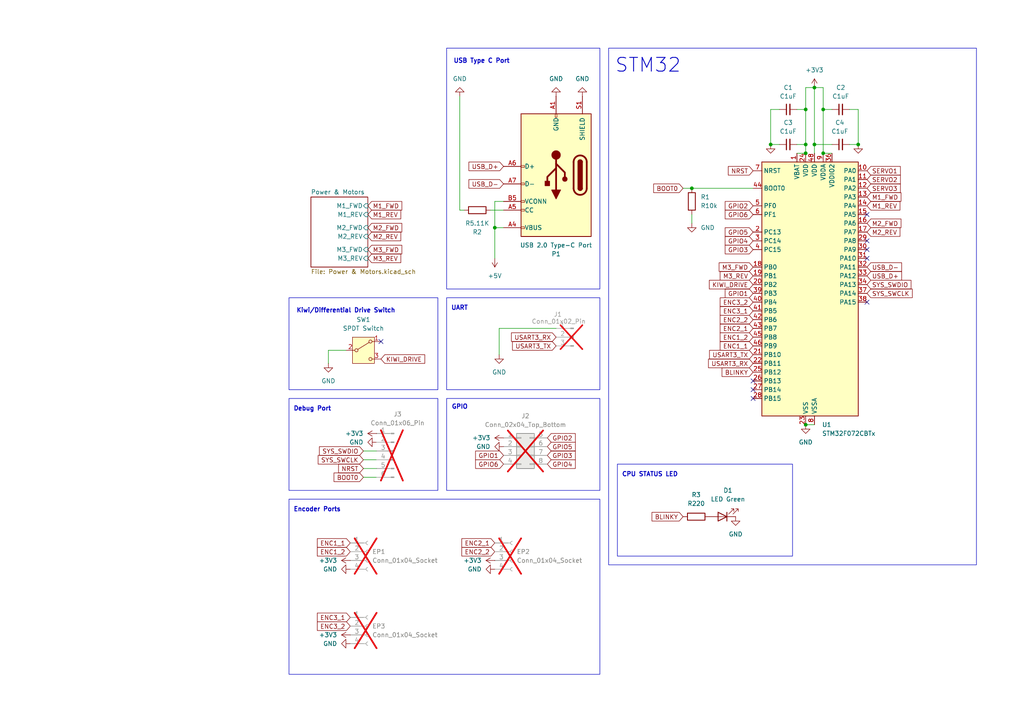
<source format=kicad_sch>
(kicad_sch (version 20231120) (generator "eeschema") (generator_version "8.0")
  (paper "A4")
  (title_block (title "Sheba 2") (date "2024-04-23") (rev "3") (company "Lorem Ipsum Automation"))
  (lib_symbols
    (symbol "Connector:Conn_01x03_Pin" (pin_names (offset 1.016) hide)
      (property "Reference" "J" (at 0 5.08 0))
      (property "Value" "Conn_01x03_Pin" (at 0 -5.08 0))
      (symbol "Conn_01x03_Pin_1_1"
        (polyline (pts (xy 1.27 -2.54) (xy 0.8636 -2.54)) (stroke (width 0.1524)))
        (polyline (pts (xy 1.27 0) (xy 0.8636 0)) (stroke (width 0.1524)))
        (polyline (pts (xy 1.27 2.54) (xy 0.8636 2.54)) (stroke (width 0.1524)))
        (rectangle (start 0.8636 -2.413) (end 0 -2.667) (stroke (width 0.1524)) (fill (type outline)))
        (rectangle (start 0.8636 0.127) (end 0 -0.127) (stroke (width 0.1524)) (fill (type outline)))
        (rectangle (start 0.8636 2.667) (end 0 2.413) (stroke (width 0.1524)) (fill (type outline)))
        (pin passive line (at 5.08 2.54 180) (length 3.81) (name "Pin_1") (number "1"))
        (pin passive line (at 5.08 0 180) (length 3.81) (name "Pin_2") (number "2"))
        (pin passive line (at 5.08 -2.54 180) (length 3.81) (name "Pin_3") (number "3"))
      )
    )
    (symbol "Connector:Conn_01x04_Socket" (pin_names (offset 1.016) hide)
      (property "Reference" "J" (at 0 5.08 0))
      (property "Value" "Conn_01x04_Socket" (at 0 -7.62 0))
      (symbol "Conn_01x04_Socket_1_1"
        (arc (start 0 -4.572) (mid -0.5058 -5.08) (end 0 -5.588) (stroke (width 0.1524)))
        (arc (start 0 -2.032) (mid -0.5058 -2.54) (end 0 -3.048) (stroke (width 0.1524)))
        (polyline (pts (xy -1.27 -5.08) (xy -0.508 -5.08)) (stroke (width 0.1524)))
        (polyline (pts (xy -1.27 -2.54) (xy -0.508 -2.54)) (stroke (width 0.1524)))
        (polyline (pts (xy -1.27 0) (xy -0.508 0)) (stroke (width 0.1524)))
        (polyline (pts (xy -1.27 2.54) (xy -0.508 2.54)) (stroke (width 0.1524)))
        (arc (start 0 0.508) (mid -0.5058 0) (end 0 -0.508) (stroke (width 0.1524)))
        (arc (start 0 3.048) (mid -0.5058 2.54) (end 0 2.032) (stroke (width 0.1524)))
        (pin passive line (at -5.08 2.54 0) (length 3.81) (name "Pin_1") (number "1"))
        (pin passive line (at -5.08 0 0) (length 3.81) (name "Pin_2") (number "2"))
        (pin passive line (at -5.08 -2.54 0) (length 3.81) (name "Pin_3") (number "3"))
        (pin passive line (at -5.08 -5.08 0) (length 3.81) (name "Pin_4") (number "4"))
      )
    )
    (symbol "Connector:Conn_01x06_Pin" (pin_names (offset 1.016) hide)
      (property "Reference" "J" (at 0 7.62 0))
      (property "Value" "Conn_01x06_Pin" (at 0 -10.16 0))
      (symbol "Conn_01x06_Pin_1_1"
        (polyline (pts (xy 1.27 -7.62) (xy 0.8636 -7.62)) (stroke (width 0.1524)))
        (polyline (pts (xy 1.27 -5.08) (xy 0.8636 -5.08)) (stroke (width 0.1524)))
        (polyline (pts (xy 1.27 -2.54) (xy 0.8636 -2.54)) (stroke (width 0.1524)))
        (polyline (pts (xy 1.27 0) (xy 0.8636 0)) (stroke (width 0.1524)))
        (polyline (pts (xy 1.27 2.54) (xy 0.8636 2.54)) (stroke (width 0.1524)))
        (polyline (pts (xy 1.27 5.08) (xy 0.8636 5.08)) (stroke (width 0.1524)))
        (rectangle (start 0.8636 -7.493) (end 0 -7.747) (stroke (width 0.1524)) (fill (type outline)))
        (rectangle (start 0.8636 -4.953) (end 0 -5.207) (stroke (width 0.1524)) (fill (type outline)))
        (rectangle (start 0.8636 -2.413) (end 0 -2.667) (stroke (width 0.1524)) (fill (type outline)))
        (rectangle (start 0.8636 0.127) (end 0 -0.127) (stroke (width 0.1524)) (fill (type outline)))
        (rectangle (start 0.8636 2.667) (end 0 2.413) (stroke (width 0.1524)) (fill (type outline)))
        (rectangle (start 0.8636 5.207) (end 0 4.953) (stroke (width 0.1524)) (fill (type outline)))
        (pin passive line (at 5.08 5.08 180) (length 3.81) (name "Pin_1") (number "1"))
        (pin passive line (at 5.08 2.54 180) (length 3.81) (name "Pin_2") (number "2"))
        (pin passive line (at 5.08 0 180) (length 3.81) (name "Pin_3") (number "3"))
        (pin passive line (at 5.08 -2.54 180) (length 3.81) (name "Pin_4") (number "4"))
        (pin passive line (at 5.08 -5.08 180) (length 3.81) (name "Pin_5") (number "5"))
        (pin passive line (at 5.08 -7.62 180) (length 3.81) (name "Pin_6") (number "6"))
      )
    )
    (symbol "Connector:USB_C_Plug_USB2.0" (pin_names (offset 1.016))
      (property "Reference" "P" (at -10.16 19.05 0))
      (property "Value" "USB_C_Plug_USB2.0" (at 12.7 19.05 0))
      (symbol "USB_C_Plug_USB2.0_0_0"
        (rectangle (start -0.254 -17.78) (end 0.254 -16.764))
        (rectangle (start 10.16 -2.286) (end 9.144 -2.794))
        (rectangle (start 10.16 2.794) (end 9.144 2.286))
        (rectangle (start 10.16 7.874) (end 9.144 7.366))
        (rectangle (start 10.16 10.414) (end 9.144 9.906))
        (rectangle (start 10.16 15.494) (end 9.144 14.986))
      )
      (symbol "USB_C_Plug_USB2.0_0_1"
        (rectangle (start -10.16 17.78) (end 10.16 -17.78) (stroke (width 0.254)) (fill (type background)))
        (arc (start -8.89 -3.81) (mid -6.985 -5.7067) (end -5.08 -3.81) (stroke (width 0.508)))
        (arc (start -7.62 -3.81) (mid -6.985 -4.4423) (end -6.35 -3.81) (stroke (width 0.254)))
        (arc (start -7.62 -3.81) (mid -6.985 -4.4423) (end -6.35 -3.81) (stroke (width 0.254)) (fill (type outline)))
        (rectangle (start -7.62 -3.81) (end -6.35 3.81) (stroke (width 0.254)) (fill (type outline)))
        (arc (start -6.35 3.81) (mid -6.985 4.4423) (end -7.62 3.81) (stroke (width 0.254)))
        (arc (start -6.35 3.81) (mid -6.985 4.4423) (end -7.62 3.81) (stroke (width 0.254)) (fill (type outline)))
        (arc (start -5.08 3.81) (mid -6.985 5.7067) (end -8.89 3.81) (stroke (width 0.508)))
        (circle (center -2.54 1.143) (radius 0.635) (stroke (width 0.254)) (fill (type outline)))
        (circle (center 0 -5.842) (radius 1.27) (fill (type outline)))
        (polyline (pts (xy -8.89 -3.81) (xy -8.89 3.81)) (stroke (width 0.508)))
        (polyline (pts (xy -5.08 3.81) (xy -5.08 -3.81)) (stroke (width 0.508)))
        (polyline (pts (xy 0 -5.842) (xy 0 4.318)) (stroke (width 0.508)))
        (polyline (pts (xy 0 -3.302) (xy -2.54 -0.762) (xy -2.54 0.508)) (stroke (width 0.508)))
        (polyline (pts (xy 0 -2.032) (xy 2.54 0.508) (xy 2.54 1.778)) (stroke (width 0.508)))
        (polyline (pts (xy -1.27 4.318) (xy 0 6.858) (xy 1.27 4.318) (xy -1.27 4.318)) (stroke (width 0.254)) (fill (type outline)))
        (rectangle (start 1.905 1.778) (end 3.175 3.048) (stroke (width 0.254)) (fill (type outline)))
      )
      (symbol "USB_C_Plug_USB2.0_1_1"
        (pin passive line (at 0 -22.86 90) (length 5.08) (name "GND") (number "A1"))
        (pin passive line (at 0 -22.86 90) (length 5.08) hide (name "GND") (number "A12"))
        (pin passive line (at 15.24 15.24 180) (length 5.08) (name "VBUS") (number "A4"))
        (pin bidirectional line (at 15.24 10.16 180) (length 5.08) (name "CC") (number "A5"))
        (pin bidirectional line (at 15.24 -2.54 180) (length 5.08) (name "D+") (number "A6"))
        (pin bidirectional line (at 15.24 2.54 180) (length 5.08) (name "D-") (number "A7"))
        (pin passive line (at 15.24 15.24 180) (length 5.08) hide (name "VBUS") (number "A9"))
        (pin passive line (at 0 -22.86 90) (length 5.08) hide (name "GND") (number "B1"))
        (pin passive line (at 0 -22.86 90) (length 5.08) hide (name "GND") (number "B12"))
        (pin passive line (at 15.24 15.24 180) (length 5.08) hide (name "VBUS") (number "B4"))
        (pin bidirectional line (at 15.24 7.62 180) (length 5.08) (name "VCONN") (number "B5"))
        (pin passive line (at 15.24 15.24 180) (length 5.08) hide (name "VBUS") (number "B9"))
        (pin passive line (at -7.62 -22.86 90) (length 5.08) (name "SHIELD") (number "S1"))
      )
    )
    (symbol "Connector_Generic:Conn_02x04_Top_Bottom" (pin_names (offset 1.016) hide)
      (property "Reference" "J" (at 1.27 5.08 0))
      (property "Value" "Conn_02x04_Top_Bottom" (at 1.27 -7.62 0))
      (symbol "Conn_02x04_Top_Bottom_1_1"
        (rectangle (start -1.27 -4.953) (end 0 -5.207) (stroke (width 0.1524)))
        (rectangle (start -1.27 -2.413) (end 0 -2.667) (stroke (width 0.1524)))
        (rectangle (start -1.27 0.127) (end 0 -0.127) (stroke (width 0.1524)))
        (rectangle (start -1.27 2.667) (end 0 2.413) (stroke (width 0.1524)))
        (rectangle (start -1.27 3.81) (end 3.81 -6.35) (stroke (width 0.254)) (fill (type background)))
        (rectangle (start 3.81 -4.953) (end 2.54 -5.207) (stroke (width 0.1524)))
        (rectangle (start 3.81 -2.413) (end 2.54 -2.667) (stroke (width 0.1524)))
        (rectangle (start 3.81 0.127) (end 2.54 -0.127) (stroke (width 0.1524)))
        (rectangle (start 3.81 2.667) (end 2.54 2.413) (stroke (width 0.1524)))
        (pin passive line (at -5.08 2.54 0) (length 3.81) (name "Pin_1") (number "1"))
        (pin passive line (at -5.08 0 0) (length 3.81) (name "Pin_2") (number "2"))
        (pin passive line (at -5.08 -2.54 0) (length 3.81) (name "Pin_3") (number "3"))
        (pin passive line (at -5.08 -5.08 0) (length 3.81) (name "Pin_4") (number "4"))
        (pin passive line (at 7.62 2.54 180) (length 3.81) (name "Pin_5") (number "5"))
        (pin passive line (at 7.62 0 180) (length 3.81) (name "Pin_6") (number "6"))
        (pin passive line (at 7.62 -2.54 180) (length 3.81) (name "Pin_7") (number "7"))
        (pin passive line (at 7.62 -5.08 180) (length 3.81) (name "Pin_8") (number "8"))
      )
    )
    (symbol "Device:C_Small" (pin_numbers hide) (pin_names (offset 0.254) hide)
      (property "Reference" "C" (at 0.254 1.778 0))
      (property "Value" "C_Small" (at 0.254 -2.032 0))
      (symbol "C_Small_0_1"
        (polyline (pts (xy -1.524 -0.508) (xy 1.524 -0.508)) (stroke (width 0.3302)))
        (polyline (pts (xy -1.524 0.508) (xy 1.524 0.508)) (stroke (width 0.3048)))
      )
      (symbol "C_Small_1_1"
        (pin passive line (at 0 2.54 270) (length 2.032) (name "~") (number "1"))
        (pin passive line (at 0 -2.54 90) (length 2.032) (name "~") (number "2"))
      )
    )
    (symbol "Device:LED" (pin_numbers hide) (pin_names (offset 1.016) hide)
      (property "Reference" "D" (at 0 2.54 0))
      (property "Value" "LED" (at 0 -2.54 0))
      (symbol "LED_0_1"
        (polyline (pts (xy -1.27 -1.27) (xy -1.27 1.27)) (stroke (width 0.254)))
        (polyline (pts (xy -1.27 0) (xy 1.27 0)))
        (polyline (pts (xy 1.27 -1.27) (xy 1.27 1.27) (xy -1.27 0) (xy 1.27 -1.27)) (stroke (width 0.254)))
        (polyline (pts (xy -3.048 -0.762) (xy -4.572 -2.286) (xy -3.81 -2.286) (xy -4.572 -2.286) (xy -4.572 -1.524)))
        (polyline (pts (xy -1.778 -0.762) (xy -3.302 -2.286) (xy -2.54 -2.286) (xy -3.302 -2.286) (xy -3.302 -1.524)))
      )
      (symbol "LED_1_1"
        (pin passive line (at -3.81 0 0) (length 2.54) (name "K") (number "1"))
        (pin passive line (at 3.81 0 180) (length 2.54) (name "A") (number "2"))
      )
    )
    (symbol "Device:R" (pin_numbers hide) (pin_names (offset 0))
      (property "Reference" "R" (at 2.032 0 90))
      (property "Value" "R" (at 0 0 90))
      (symbol "R_0_1"
        (rectangle (start -1.016 -2.54) (end 1.016 2.54) (stroke (width 0.254)))
      )
      (symbol "R_1_1"
        (pin passive line (at 0 3.81 270) (length 1.27) (name "~") (number "1"))
        (pin passive line (at 0 -3.81 90) (length 1.27) (name "~") (number "2"))
      )
    )
    (symbol "MCU_ST_STM32F0:STM32F072CBTx"
      (property "Reference" "U" (at -12.7 39.37 0))
      (property "Value" "STM32F072CBTx" (at 10.16 39.37 0))
      (symbol "STM32F072CBTx_0_1"
        (rectangle (start -12.7 -35.56) (end 15.24 38.1) (stroke (width 0.254)) (fill (type background)))
      )
      (symbol "STM32F072CBTx_1_1"
        (pin power_in line (at -2.54 40.64 270) (length 2.54) (name "VBAT") (number "1"))
        (pin bidirectional line (at 17.78 35.56 180) (length 2.54) (name "PA0") (number "10"))
        (pin bidirectional line (at 17.78 33.02 180) (length 2.54) (name "PA1") (number "11"))
        (pin bidirectional line (at 17.78 30.48 180) (length 2.54) (name "PA2") (number "12"))
        (pin bidirectional line (at 17.78 27.94 180) (length 2.54) (name "PA3") (number "13"))
        (pin bidirectional line (at 17.78 25.4 180) (length 2.54) (name "PA4") (number "14"))
        (pin bidirectional line (at 17.78 22.86 180) (length 2.54) (name "PA5") (number "15"))
        (pin bidirectional line (at 17.78 20.32 180) (length 2.54) (name "PA6") (number "16"))
        (pin bidirectional line (at 17.78 17.78 180) (length 2.54) (name "PA7") (number "17"))
        (pin bidirectional line (at -15.24 7.62 0) (length 2.54) (name "PB0") (number "18"))
        (pin bidirectional line (at -15.24 5.08 0) (length 2.54) (name "PB1") (number "19"))
        (pin bidirectional line (at -15.24 17.78 0) (length 2.54) (name "PC13") (number "2"))
        (pin bidirectional line (at -15.24 2.54 0) (length 2.54) (name "PB2") (number "20"))
        (pin bidirectional line (at -15.24 -17.78 0) (length 2.54) (name "PB10") (number "21"))
        (pin bidirectional line (at -15.24 -20.32 0) (length 2.54) (name "PB11") (number "22"))
        (pin power_in line (at 0 -38.1 90) (length 2.54) (name "VSS") (number "23"))
        (pin power_in line (at 0 40.64 270) (length 2.54) (name "VDD") (number "24"))
        (pin bidirectional line (at -15.24 -22.86 0) (length 2.54) (name "PB12") (number "25"))
        (pin bidirectional line (at -15.24 -25.4 0) (length 2.54) (name "PB13") (number "26"))
        (pin bidirectional line (at -15.24 -27.94 0) (length 2.54) (name "PB14") (number "27"))
        (pin bidirectional line (at -15.24 -30.48 0) (length 2.54) (name "PB15") (number "28"))
        (pin bidirectional line (at 17.78 15.24 180) (length 2.54) (name "PA8") (number "29"))
        (pin bidirectional line (at -15.24 15.24 0) (length 2.54) (name "PC14") (number "3"))
        (pin bidirectional line (at 17.78 12.7 180) (length 2.54) (name "PA9") (number "30"))
        (pin bidirectional line (at 17.78 10.16 180) (length 2.54) (name "PA10") (number "31"))
        (pin bidirectional line (at 17.78 7.62 180) (length 2.54) (name "PA11") (number "32"))
        (pin bidirectional line (at 17.78 5.08 180) (length 2.54) (name "PA12") (number "33"))
        (pin bidirectional line (at 17.78 2.54 180) (length 2.54) (name "PA13") (number "34"))
        (pin passive line (at 0 -38.1 90) (length 2.54) hide (name "VSS") (number "35"))
        (pin power_in line (at 7.62 40.64 270) (length 2.54) (name "VDDIO2") (number "36"))
        (pin bidirectional line (at 17.78 0 180) (length 2.54) (name "PA14") (number "37"))
        (pin bidirectional line (at 17.78 -2.54 180) (length 2.54) (name "PA15") (number "38"))
        (pin bidirectional line (at -15.24 0 0) (length 2.54) (name "PB3") (number "39"))
        (pin bidirectional line (at -15.24 12.7 0) (length 2.54) (name "PC15") (number "4"))
        (pin bidirectional line (at -15.24 -2.54 0) (length 2.54) (name "PB4") (number "40"))
        (pin bidirectional line (at -15.24 -5.08 0) (length 2.54) (name "PB5") (number "41"))
        (pin bidirectional line (at -15.24 -7.62 0) (length 2.54) (name "PB6") (number "42"))
        (pin bidirectional line (at -15.24 -10.16 0) (length 2.54) (name "PB7") (number "43"))
        (pin input line (at -15.24 30.48 0) (length 2.54) (name "BOOT0") (number "44"))
        (pin bidirectional line (at -15.24 -12.7 0) (length 2.54) (name "PB8") (number "45"))
        (pin bidirectional line (at -15.24 -15.24 0) (length 2.54) (name "PB9") (number "46"))
        (pin passive line (at 0 -38.1 90) (length 2.54) hide (name "VSS") (number "47"))
        (pin power_in line (at 2.54 40.64 270) (length 2.54) (name "VDD") (number "48"))
        (pin bidirectional line (at -15.24 25.4 0) (length 2.54) (name "PF0") (number "5"))
        (pin bidirectional line (at -15.24 22.86 0) (length 2.54) (name "PF1") (number "6"))
        (pin input line (at -15.24 35.56 0) (length 2.54) (name "NRST") (number "7"))
        (pin power_in line (at 2.54 -38.1 90) (length 2.54) (name "VSSA") (number "8"))
        (pin power_in line (at 5.08 40.64 270) (length 2.54) (name "VDDA") (number "9"))
      )
    )
    (symbol "Switch:SW_SPDT" (pin_names (offset 0) hide)
      (property "Reference" "SW" (at 0 5.08 0))
      (property "Value" "SW_SPDT" (at 0 -5.08 0))
      (symbol "SW_SPDT_0_1"
        (circle (center -2.032 0) (radius 0.4572))
        (polyline (pts (xy -1.651 0.254) (xy 1.651 2.286)))
        (circle (center 2.032 -2.54) (radius 0.4572))
        (circle (center 2.032 2.54) (radius 0.4572))
      )
      (symbol "SW_SPDT_1_1"
        (rectangle (start -3.175 3.81) (end 3.175 -3.81) (fill (type background)))
        (pin passive line (at 5.08 2.54 180) (length 2.54) (name "A") (number "1"))
        (pin passive line (at -5.08 0 0) (length 2.54) (name "B") (number "2"))
        (pin passive line (at 5.08 -2.54 180) (length 2.54) (name "C") (number "3"))
      )
    )
    (symbol "power:+3V3" (power) (pin_numbers hide) (pin_names (offset 0) hide)
      (property "Value" "+3V3" (at 0 3.556 0))
      (symbol "+3V3_0_1"
        (polyline (pts (xy -0.762 1.27) (xy 0 2.54)))
        (polyline (pts (xy 0 0) (xy 0 2.54)))
        (polyline (pts (xy 0 2.54) (xy 0.762 1.27)))
      )
      (symbol "+3V3_1_1"
        (pin power_in line (at 0 0 90) (length 0) (name "~") (number "1"))
      )
    )
    (symbol "power:+5V" (power) (pin_numbers hide) (pin_names (offset 0) hide)
      (property "Value" "+5V" (at 0 3.556 0))
      (symbol "+5V_0_1"
        (polyline (pts (xy -0.762 1.27) (xy 0 2.54)))
        (polyline (pts (xy 0 0) (xy 0 2.54)))
        (polyline (pts (xy 0 2.54) (xy 0.762 1.27)))
      )
      (symbol "+5V_1_1"
        (pin power_in line (at 0 0 90) (length 0) (name "~") (number "1"))
      )
    )
    (symbol "power:GND" (power) (pin_numbers hide) (pin_names (offset 0) hide)
      (property "Value" "GND" (at 0 -3.81 0))
      (symbol "GND_0_1"
        (polyline (pts (xy 0 0) (xy 0 -1.27) (xy 1.27 -1.27) (xy 0 -2.54) (xy -1.27 -1.27) (xy 0 -1.27)))
      )
      (symbol "GND_1_1"
        (pin power_in line (at 0 0 270) (length 0) (name "~") (number "1"))
      )
    )
  )
  (junction (at 233.68 44.45))
  (junction (at 238.76 44.45))
  (junction (at 223.52 41.91))
  (junction (at 233.68 41.91))
  (junction (at 248.92 41.91))
  (junction (at 143.51 66.04))
  (junction (at 233.68 123.19))
  (junction (at 233.68 31.75))
  (junction (at 236.22 41.91))
  (junction (at 238.76 31.75))
  (junction (at 200.66 54.61))
  (junction (at 236.22 25.4))
  (no_connect (at 251.46 62.23))
  (no_connect (at 218.44 110.49))
  (no_connect (at 251.46 87.63))
  (no_connect (at 251.46 74.93))
  (no_connect (at 110.49 99.06))
  (no_connect (at 251.46 69.85))
  (no_connect (at 218.44 113.03))
  (no_connect (at 218.44 115.57))
  (no_connect (at 251.46 72.39))
  (wire (pts (xy 143.51 58.42) (xy 143.51 66.04)))
  (wire (pts (xy 236.22 25.4) (xy 233.68 25.4)))
  (wire (pts (xy 236.22 41.91) (xy 236.22 44.45)))
  (wire (pts (xy 248.92 41.91) (xy 248.92 31.75)))
  (wire (pts (xy 246.38 31.75) (xy 248.92 31.75)))
  (wire (pts (xy 144.78 102.87) (xy 144.78 95.25)))
  (wire (pts (xy 238.76 31.75) (xy 238.76 44.45)))
  (wire (pts (xy 231.14 41.91) (xy 233.68 41.91)))
  (wire (pts (xy 144.78 95.25) (xy 161.29 95.25)))
  (wire (pts (xy 95.25 101.6) (xy 95.25 105.41)))
  (wire (pts (xy 236.22 41.91) (xy 241.3 41.91)))
  (wire (pts (xy 134.62 60.96) (xy 133.35 60.96)))
  (wire (pts (xy 146.05 58.42) (xy 143.51 58.42)))
  (wire (pts (xy 233.68 41.91) (xy 233.68 44.45)))
  (wire (pts (xy 105.41 130.81) (xy 109.22 130.81)))
  (wire (pts (xy 231.14 44.45) (xy 233.68 44.45)))
  (wire (pts (xy 238.76 44.45) (xy 241.3 44.45)))
  (wire (pts (xy 231.14 31.75) (xy 233.68 31.75)))
  (wire (pts (xy 238.76 31.75) (xy 241.3 31.75)))
  (wire (pts (xy 223.52 31.75) (xy 223.52 41.91)))
  (wire (pts (xy 233.68 31.75) (xy 233.68 41.91)))
  (wire (pts (xy 133.35 60.96) (xy 133.35 27.94)))
  (wire (pts (xy 223.52 41.91) (xy 226.06 41.91)))
  (wire (pts (xy 105.41 138.43) (xy 109.22 138.43)))
  (wire (pts (xy 200.66 54.61) (xy 218.44 54.61)))
  (wire (pts (xy 100.33 101.6) (xy 95.25 101.6)))
  (wire (pts (xy 105.41 133.35) (xy 109.22 133.35)))
  (wire (pts (xy 238.76 25.4) (xy 238.76 31.75)))
  (wire (pts (xy 143.51 66.04) (xy 146.05 66.04)))
  (wire (pts (xy 146.05 60.96) (xy 142.24 60.96)))
  (wire (pts (xy 105.41 135.89) (xy 109.22 135.89)))
  (wire (pts (xy 200.66 64.77) (xy 200.66 62.23)))
  (wire (pts (xy 143.51 74.93) (xy 143.51 66.04)))
  (wire (pts (xy 233.68 25.4) (xy 233.68 31.75)))
  (wire (pts (xy 236.22 25.4) (xy 236.22 41.91)))
  (wire (pts (xy 236.22 25.4) (xy 238.76 25.4)))
  (wire (pts (xy 233.68 123.19) (xy 236.22 123.19)))
  (wire (pts (xy 223.52 31.75) (xy 226.06 31.75)))
  (wire (pts (xy 246.38 41.91) (xy 248.92 41.91)))
  (wire (pts (xy 198.12 54.61) (xy 200.66 54.61)))
  (rectangle (start 83.82 115.57) (end 127 142.24))
  (rectangle (start 83.82 144.78) (end 173.99 195.58))
  (rectangle (start 176.53 13.97) (end 283.21 163.83))
  (rectangle (start 129.54 86.36) (end 173.99 113.03))
  (rectangle (start 129.54 115.57) (end 173.99 142.24))
  (rectangle (start 83.82 86.36) (end 127 113.03))
  (rectangle (start 179.07 134.62) (end 229.87 161.29))
  (rectangle (start 129.54 13.97) (end 173.99 83.82))
  (text "Debug Port" (at 85.09 119.38 0) (effects (font (size 1.27 1.27) (thickness 0.254) (bold yes)) (justify left bottom)))
  (text "USB Type C Port\n" (at 139.7 17.78 0) (effects (font (size 1.27 1.27) (thickness 0.254) (bold yes))))
  (text "CPU STATUS LED" (at 180.34 138.43 0) (effects (font (size 1.27 1.27) (thickness 0.254) (bold yes)) (justify left bottom)))
  (text "Encoder Ports" (at 85.09 148.59 0) (effects (font (size 1.27 1.27) (thickness 0.254) (bold yes)) (justify left bottom)))
  (text "UART" (at 130.81 90.17 0) (effects (font (size 1.27 1.27) (thickness 0.254) (bold yes)) (justify left bottom)))
  (text "Kiwi/Differential Drive Switch" (at 100.33 90.17 0) (effects (font (size 1.27 1.27) (thickness 0.254) (bold yes))))
  (text "STM32" (at 187.96 19.05 0) (effects (font (size 4 4) (thickness 0.254) (bold yes))))
  (text "GPIO" (at 133.35 118.11 0) (effects (font (size 1.27 1.27) (thickness 0.254) (bold yes))))
  (global_label "GPIO5" (shape input) (at 218.44 67.31 180) (property "Intersheetrefs" "${INTERSHEET_REFS}" (effects (hide yes))))
  (global_label "M2_REV" (shape input) (at 106.68 68.58 0) (property "Intersheetrefs" "${INTERSHEET_REFS}" (effects (hide yes))))
  (global_label "SERVO3" (shape input) (at 251.46 54.61 0) (property "Intersheetrefs" "${INTERSHEET_REFS}" (effects (hide yes))))
  (global_label "ENC1_1" (shape input) (at 218.44 100.33 180) (property "Intersheetrefs" "${INTERSHEET_REFS}" (effects (hide yes))))
  (global_label "BOOT0" (shape input) (at 105.41 138.43 180) (property "Intersheetrefs" "${INTERSHEET_REFS}" (effects (hide yes))))
  (global_label "USB_D-" (shape input) (at 146.05 53.34 180) (property "Intersheetrefs" "${INTERSHEET_REFS}" (effects (hide yes))))
  (global_label "GPIO2" (shape input) (at 158.75 127 0) (property "Intersheetrefs" "${INTERSHEET_REFS}" (effects (hide yes))))
  (global_label "ENC3_1" (shape input) (at 218.44 90.17 180) (property "Intersheetrefs" "${INTERSHEET_REFS}" (effects (hide yes))))
  (global_label "USART3_RX" (shape input) (at 161.29 97.79 180) (property "Intersheetrefs" "${INTERSHEET_REFS}" (effects (hide yes))))
  (global_label "ENC2_2" (shape input) (at 143.51 160.02 180) (property "Intersheetrefs" "${INTERSHEET_REFS}" (effects (hide yes))))
  (global_label "M2_FWD" (shape input) (at 106.68 66.04 0) (property "Intersheetrefs" "${INTERSHEET_REFS}" (effects (hide yes))))
  (global_label "GPIO2" (shape input) (at 218.44 59.69 180) (property "Intersheetrefs" "${INTERSHEET_REFS}" (effects (hide yes))))
  (global_label "BOOT0" (shape input) (at 198.12 54.61 180) (property "Intersheetrefs" "${INTERSHEET_REFS}" (effects (hide yes))))
  (global_label "M3_REV" (shape input) (at 218.44 80.01 180) (property "Intersheetrefs" "${INTERSHEET_REFS}" (effects (hide yes))))
  (global_label "BLINKY" (shape input) (at 218.44 107.95 180) (property "Intersheetrefs" "${INTERSHEET_REFS}" (effects (hide yes))))
  (global_label "M3_FWD" (shape input) (at 218.44 77.47 180) (property "Intersheetrefs" "${INTERSHEET_REFS}" (effects (hide yes))))
  (global_label "SYS_SWDIO" (shape input) (at 251.46 82.55 0) (property "Intersheetrefs" "${INTERSHEET_REFS}" (effects (hide yes))))
  (global_label "ENC3_1" (shape input) (at 101.6 179.07 180) (property "Intersheetrefs" "${INTERSHEET_REFS}" (effects (hide yes))))
  (global_label "BLINKY" (shape input) (at 198.12 149.86 180) (property "Intersheetrefs" "${INTERSHEET_REFS}" (effects (hide yes))))
  (global_label "SYS_SWCLK" (shape input) (at 105.41 133.35 180) (property "Intersheetrefs" "${INTERSHEET_REFS}" (effects (hide yes))))
  (global_label "GPIO1" (shape input) (at 146.05 132.08 180) (property "Intersheetrefs" "${INTERSHEET_REFS}" (effects (hide yes))))
  (global_label "M3_FWD" (shape input) (at 106.68 72.39 0) (property "Intersheetrefs" "${INTERSHEET_REFS}" (effects (hide yes))))
  (global_label "GPIO1" (shape input) (at 218.44 85.09 180) (property "Intersheetrefs" "${INTERSHEET_REFS}" (effects (hide yes))))
  (global_label "NRST" (shape input) (at 218.44 49.53 180) (property "Intersheetrefs" "${INTERSHEET_REFS}" (effects (hide yes))))
  (global_label "GPIO3" (shape input) (at 218.44 72.39 180) (property "Intersheetrefs" "${INTERSHEET_REFS}" (effects (hide yes))))
  (global_label "ENC3_2" (shape input) (at 218.44 87.63 180) (property "Intersheetrefs" "${INTERSHEET_REFS}" (effects (hide yes))))
  (global_label "ENC1_2" (shape input) (at 101.6 160.02 180) (property "Intersheetrefs" "${INTERSHEET_REFS}" (effects (hide yes))))
  (global_label "ENC2_1" (shape input) (at 218.44 95.25 180) (property "Intersheetrefs" "${INTERSHEET_REFS}" (effects (hide yes))))
  (global_label "M2_REV" (shape input) (at 251.46 67.31 0) (property "Intersheetrefs" "${INTERSHEET_REFS}" (effects (hide yes))))
  (global_label "USB_D-" (shape input) (at 251.46 77.47 0) (property "Intersheetrefs" "${INTERSHEET_REFS}" (effects (hide yes))))
  (global_label "M1_REV" (shape input) (at 251.46 59.69 0) (property "Intersheetrefs" "${INTERSHEET_REFS}" (effects (hide yes))))
  (global_label "NRST" (shape input) (at 105.41 135.89 180) (property "Intersheetrefs" "${INTERSHEET_REFS}" (effects (hide yes))))
  (global_label "M2_FWD" (shape input) (at 251.46 64.77 0) (property "Intersheetrefs" "${INTERSHEET_REFS}" (effects (hide yes))))
  (global_label "SERVO2" (shape input) (at 251.46 52.07 0) (property "Intersheetrefs" "${INTERSHEET_REFS}" (effects (hide yes))))
  (global_label "SYS_SWCLK" (shape input) (at 251.46 85.09 0) (property "Intersheetrefs" "${INTERSHEET_REFS}" (effects (hide yes))))
  (global_label "ENC2_1" (shape input) (at 143.51 157.48 180) (property "Intersheetrefs" "${INTERSHEET_REFS}" (effects (hide yes))))
  (global_label "USART3_TX" (shape input) (at 161.29 100.33 180) (property "Intersheetrefs" "${INTERSHEET_REFS}" (effects (hide yes))))
  (global_label "M1_FWD" (shape input) (at 106.68 59.69 0) (property "Intersheetrefs" "${INTERSHEET_REFS}" (effects (hide yes))))
  (global_label "KIWI_DRIVE" (shape input) (at 110.49 104.14 0) (property "Intersheetrefs" "${INTERSHEET_REFS}" (effects (hide yes))))
  (global_label "ENC1_1" (shape input) (at 101.6 157.48 180) (property "Intersheetrefs" "${INTERSHEET_REFS}" (effects (hide yes))))
  (global_label "KIWI_DRIVE" (shape input) (at 218.44 82.55 180) (property "Intersheetrefs" "${INTERSHEET_REFS}" (effects (hide yes))))
  (global_label "ENC2_2" (shape input) (at 218.44 92.71 180) (property "Intersheetrefs" "${INTERSHEET_REFS}" (effects (hide yes))))
  (global_label "SYS_SWDIO" (shape input) (at 105.41 130.81 180) (property "Intersheetrefs" "${INTERSHEET_REFS}" (effects (hide yes))))
  (global_label "USB_D+" (shape input) (at 146.05 48.26 180) (property "Intersheetrefs" "${INTERSHEET_REFS}" (effects (hide yes))))
  (global_label "ENC1_2" (shape input) (at 218.44 97.79 180) (property "Intersheetrefs" "${INTERSHEET_REFS}" (effects (hide yes))))
  (global_label "USB_D+" (shape input) (at 251.46 80.01 0) (property "Intersheetrefs" "${INTERSHEET_REFS}" (effects (hide yes))))
  (global_label "GPIO5" (shape input) (at 158.75 129.54 0) (property "Intersheetrefs" "${INTERSHEET_REFS}" (effects (hide yes))))
  (global_label "ENC3_2" (shape input) (at 101.6 181.61 180) (property "Intersheetrefs" "${INTERSHEET_REFS}" (effects (hide yes))))
  (global_label "GPIO6" (shape input) (at 218.44 62.23 180) (property "Intersheetrefs" "${INTERSHEET_REFS}" (effects (hide yes))))
  (global_label "USART3_TX" (shape input) (at 218.44 102.87 180) (property "Intersheetrefs" "${INTERSHEET_REFS}" (effects (hide yes))))
  (global_label "USART3_RX" (shape input) (at 218.44 105.41 180) (property "Intersheetrefs" "${INTERSHEET_REFS}" (effects (hide yes))))
  (global_label "GPIO3" (shape input) (at 158.75 132.08 0) (property "Intersheetrefs" "${INTERSHEET_REFS}" (effects (hide yes))))
  (global_label "M3_REV" (shape input) (at 106.68 74.93 0) (property "Intersheetrefs" "${INTERSHEET_REFS}" (effects (hide yes))))
  (global_label "GPIO4" (shape input) (at 158.75 134.62 0) (property "Intersheetrefs" "${INTERSHEET_REFS}" (effects (hide yes))))
  (global_label "GPIO6" (shape input) (at 146.05 134.62 180) (property "Intersheetrefs" "${INTERSHEET_REFS}" (effects (hide yes))))
  (global_label "SERVO1" (shape input) (at 251.46 49.53 0) (property "Intersheetrefs" "${INTERSHEET_REFS}" (effects (hide yes))))
  (global_label "GPIO4" (shape input) (at 218.44 69.85 180) (property "Intersheetrefs" "${INTERSHEET_REFS}" (effects (hide yes))))
  (global_label "M1_FWD" (shape input) (at 251.46 57.15 0) (property "Intersheetrefs" "${INTERSHEET_REFS}" (effects (hide yes))))
  (global_label "M1_REV" (shape input) (at 106.68 62.23 0) (property "Intersheetrefs" "${INTERSHEET_REFS}" (effects (hide yes))))
  (symbol (lib_id "Connector:Conn_01x04_Socket") (at 106.68 160.02 0) (unit 1) (dnp yes)
    (property "Reference" "EP1" (at 107.95 160.0199 0) (effects (justify left)))
    (property "Value" "Conn_01x04_Socket" (at 107.95 162.5599 0) (effects (justify left)))
    (property "Footprint" "Connector_PinSocket_2.54mm:PinSocket_1x04_P2.54mm_Vertical" (effects (hide yes)))
    (property "Description" "Generic connector, single row, 01x04, script generated" (effects (hide yes)))
  )
  (symbol (lib_id "Connector:USB_C_Plug_USB2.0") (at 161.29 50.8 180) (unit 1)
    (property "Reference" "P1" (at 161.29 73.66 0))
    (property "Value" "USB 2.0 Type-C Port" (at 161.29 71.12 0))
    (property "Footprint" "Connector_USB:USB_C_Receptacle_GCT_USB4105-xx-A_16P_TopMnt_Horizontal" (effects (hide yes)))
    (property "Datasheet" "https://www.usb.org/sites/default/files/documents/usb_type-c.zip" (effects (hide yes)))
    (property "Description" "USB 2.0-only Type-C Plug connector" (effects (hide yes)))
    (property "DigiKey" "USB4105-GF-A" (effects (hide yes)))
  )
  (symbol (lib_id "power:GND") (at 233.68 123.19 0) (unit 1)
    (property "Reference" "#PWR011" (effects (hide yes)))
    (property "Value" "GND" (at 233.68 128.27 0))
    (property "Description" "Power symbol creates a global label with name \"GND\" , ground" (effects (hide yes)))
  )
  (symbol (lib_id "power:GND") (at 143.51 165.1 270) (unit 1)
    (property "Reference" "#PWR020" (effects (hide yes)))
    (property "Value" "GND" (at 139.7 165.0999 90) (effects (justify right)))
    (property "Description" "Power symbol creates a global label with name \"GND\" , ground" (effects (hide yes)))
  )
  (symbol (lib_id "Switch:SW_SPDT") (at 105.41 101.6 0) (unit 1)
    (property "Reference" "SW1" (at 105.41 92.71 0))
    (property "Value" "SPDT Switch" (at 105.41 95.25 0))
    (property "Footprint" "Button_Switch_THT:SW_E-Switch_EG1271_SPDT" (effects (hide yes)))
    (property "Description" "Switch, single pole double throw" (effects (hide yes)))
    (property "DigiKey" "EG1271A" (effects (hide yes)))
  )
  (symbol (lib_id "Device:R") (at 200.66 58.42 0) (unit 1)
    (property "Reference" "R1" (at 203.2 57.1499 0) (effects (justify left)))
    (property "Value" "R10k" (at 203.2 59.6899 0) (effects (justify left)))
    (property "Footprint" "Resistor_SMD:R_1206_3216Metric_Pad1.30x1.75mm_HandSolder" (effects (hide yes)))
    (property "Description" "Resistor" (effects (hide yes)))
    (property "DigiKey" "RC1206FR-0710KL" (effects (hide yes)))
  )
  (symbol (lib_id "Device:R") (at 201.93 149.86 90) (unit 1)
    (property "Reference" "R3" (at 201.93 143.51 90))
    (property "Value" "R220" (at 201.93 146.05 90))
    (property "Footprint" "Resistor_SMD:R_1206_3216Metric_Pad1.30x1.75mm_HandSolder" (effects (hide yes)))
    (property "Description" "Resistor" (effects (hide yes)))
    (property "DigiKey" "RMCF1206JT220R" (effects (hide yes)))
  )
  (symbol (lib_id "Device:R") (at 138.43 60.96 90) (mirror x) (unit 1)
    (property "Reference" "R2" (at 138.43 67.31 90))
    (property "Value" "R5.11K" (at 138.43 64.77 90))
    (property "Footprint" "Resistor_SMD:R_1206_3216Metric_Pad1.30x1.75mm_HandSolder" (effects (hide yes)))
    (property "Description" "Resistor" (effects (hide yes)))
    (property "DigiKey" "RMCF1206FT5K11" (effects (hide yes)))
  )
  (symbol (lib_id "power:GND") (at 133.35 27.94 0) (mirror x) (unit 1)
    (property "Reference" "#PWR02" (effects (hide yes)))
    (property "Value" "GND" (at 133.35 22.86 0))
    (property "Description" "Power symbol creates a global label with name \"GND\" , ground" (effects (hide yes)))
  )
  (symbol (lib_id "Device:C_Small") (at 243.84 41.91 90) (unit 1)
    (property "Reference" "C4" (at 243.586 35.56 90))
    (property "Value" "C1uF" (at 243.586 38.1 90))
    (property "Footprint" "Capacitor_SMD:C_1206_3216Metric_Pad1.33x1.80mm_HandSolder" (effects (hide yes)))
    (property "Description" "Ceramic cap" (effects (hide yes)))
    (property "DigiKey" "CL31B105KBHNNNE" (effects (hide yes)))
  )
  (symbol (lib_id "power:+3V3") (at 146.05 127 90) (unit 1)
    (property "Reference" "#PWR013" (effects (hide yes)))
    (property "Value" "+3V3" (at 142.24 126.9999 90) (effects (justify left)))
    (property "Description" "Power symbol creates a global label with name \"+3V3\"" (effects (hide yes)))
  )
  (symbol (lib_id "power:GND") (at 248.92 41.91 0) (unit 1)
    (property "Reference" "#PWR06" (effects (hide yes)))
    (property "Value" "GND" (effects (hide yes)))
    (property "Description" "Power symbol creates a global label with name \"GND\" , ground" (effects (hide yes)))
  )
  (symbol (lib_id "power:GND") (at 101.6 186.69 270) (unit 1)
    (property "Reference" "#PWR022" (effects (hide yes)))
    (property "Value" "GND" (at 97.79 186.6899 90) (effects (justify right)))
    (property "Description" "Power symbol creates a global label with name \"GND\" , ground" (effects (hide yes)))
  )
  (symbol (lib_id "power:GND") (at 213.36 149.86 0) (unit 1)
    (property "Reference" "#PWR016" (effects (hide yes)))
    (property "Value" "GND" (at 213.36 154.94 0))
    (property "Description" "Power symbol creates a global label with name \"GND\" , ground" (effects (hide yes)))
  )
  (symbol (lib_id "Device:LED") (at 209.55 149.86 180) (unit 1)
    (property "Reference" "D1" (at 211.1375 142.24 0))
    (property "Value" "LED Green" (at 211.1375 144.78 0))
    (property "Footprint" "LED_SMD:LED_1206_3216Metric_Pad1.42x1.75mm_HandSolder" (effects (hide yes)))
    (property "Description" "LED" (effects (hide yes)))
    (property "DigiKey" "150120VS75000" (effects (hide yes)))
  )
  (symbol (lib_id "Connector_Generic:Conn_02x04_Top_Bottom") (at 151.13 129.54 0) (unit 1) (dnp yes)
    (property "Reference" "J2" (at 152.4 120.65 0))
    (property "Value" "Conn_02x04_Top_Bottom" (at 152.4 123.19 0))
    (property "Footprint" "Connector_PinSocket_2.54mm:PinSocket_2x04_P2.54mm_Vertical" (effects (hide yes)))
    (property "Description" "Generic connector, double row, 02x04, top/bottom pin numbering scheme (row 1: 1...pins_per_row, row2: pins_per_row+1 ... num_pins), script generated (kicad-library-utils/schlib/autogen/connector/)" (effects (hide yes)))
  )
  (symbol (lib_id "power:+3V3") (at 236.22 25.4 0) (unit 1)
    (property "Reference" "#PWR01" (effects (hide yes)))
    (property "Value" "+3V3" (at 236.22 20.32 0))
    (property "Description" "Power symbol creates a global label with name \"+3V3\"" (effects (hide yes)))
  )
  (symbol (lib_id "Connector:Conn_01x03_Pin") (at 166.37 97.79 0) (mirror y) (unit 1) (dnp yes)
    (property "Reference" "J1" (at 161.798 91.186 0))
    (property "Value" "Conn_01x02_Pin" (at 162.052 93.218 0))
    (property "Footprint" "Connector_PinHeader_2.54mm:PinHeader_1x03_P2.54mm_Vertical" (effects (hide yes)))
    (property "Description" "Generic connector, single row, 01x03, script generated" (effects (hide yes)))
  )
  (symbol (lib_id "power:GND") (at 101.6 165.1 270) (unit 1)
    (property "Reference" "#PWR019" (effects (hide yes)))
    (property "Value" "GND" (at 97.79 165.0999 90) (effects (justify right)))
    (property "Description" "Power symbol creates a global label with name \"GND\" , ground" (effects (hide yes)))
  )
  (symbol (lib_id "power:GND") (at 144.78 102.87 0) (unit 1)
    (property "Reference" "#PWR09" (effects (hide yes)))
    (property "Value" "GND" (at 144.78 107.95 0))
    (property "Description" "Power symbol creates a global label with name \"GND\" , ground" (effects (hide yes)))
  )
  (symbol (lib_id "power:+3V3") (at 101.6 184.15 90) (unit 1)
    (property "Reference" "#PWR021" (effects (hide yes)))
    (property "Value" "+3V3" (at 97.79 184.1499 90) (effects (justify left)))
    (property "Description" "Power symbol creates a global label with name \"+3V3\"" (effects (hide yes)))
  )
  (symbol (lib_id "power:GND") (at 161.29 27.94 0) (mirror x) (unit 1)
    (property "Reference" "#PWR03" (effects (hide yes)))
    (property "Value" "GND" (at 161.29 22.86 0))
    (property "Description" "Power symbol creates a global label with name \"GND\" , ground" (effects (hide yes)))
  )
  (symbol (lib_id "power:GND") (at 168.91 27.94 0) (mirror x) (unit 1)
    (property "Reference" "#PWR04" (effects (hide yes)))
    (property "Value" "GND" (at 168.91 22.86 0))
    (property "Description" "Power symbol creates a global label with name \"GND\" , ground" (effects (hide yes)))
  )
  (symbol (lib_id "Device:C_Small") (at 228.6 31.75 90) (unit 1)
    (property "Reference" "C1" (at 228.6063 25.4 90))
    (property "Value" "C1uF" (at 228.6063 27.94 90))
    (property "Footprint" "Capacitor_SMD:C_1206_3216Metric_Pad1.33x1.80mm_HandSolder" (effects (hide yes)))
    (property "Description" "Ceramic cap" (effects (hide yes)))
    (property "DigiKey" "CL31B105KBHNNNE" (effects (hide yes)))
  )
  (symbol (lib_id "power:GND") (at 223.52 41.91 0) (unit 1)
    (property "Reference" "#PWR05" (effects (hide yes)))
    (property "Value" "GND" (effects (hide yes)))
    (property "Description" "Power symbol creates a global label with name \"GND\" , ground" (effects (hide yes)))
  )
  (symbol (lib_id "Device:C_Small") (at 228.6 41.91 90) (unit 1)
    (property "Reference" "C3" (at 228.6063 35.56 90))
    (property "Value" "C1uF" (at 228.6063 38.1 90))
    (property "Footprint" "Capacitor_SMD:C_1206_3216Metric_Pad1.33x1.80mm_HandSolder" (effects (hide yes)))
    (property "Description" "Ceramic cap" (effects (hide yes)))
    (property "DigiKey" "CL31B105KBHNNNE" (effects (hide yes)))
  )
  (symbol (lib_id "power:GND") (at 109.22 128.27 270) (unit 1)
    (property "Reference" "#PWR014" (effects (hide yes)))
    (property "Value" "GND" (at 105.41 128.2699 90) (effects (justify right)))
    (property "Description" "Power symbol creates a global label with name \"GND\" , ground" (effects (hide yes)))
  )
  (symbol (lib_id "Connector:Conn_01x06_Pin") (at 114.3 130.81 0) (mirror y) (unit 1) (dnp yes)
    (property "Reference" "J3" (at 115.316 120.142 0))
    (property "Value" "Conn_01x06_Pin" (at 115.316 122.682 0))
    (property "Footprint" "Connector_PinHeader_2.54mm:PinHeader_1x06_P2.54mm_Vertical" (effects (hide yes)))
    (property "Description" "Generic connector, single row, 01x06, script generated" (effects (hide yes)))
  )
  (symbol (lib_id "Connector:Conn_01x04_Socket") (at 106.68 181.61 0) (unit 1) (dnp yes)
    (property "Reference" "EP3" (at 107.95 181.6099 0) (effects (justify left)))
    (property "Value" "Conn_01x04_Socket" (at 107.95 184.1499 0) (effects (justify left)))
    (property "Footprint" "Connector_PinSocket_2.54mm:PinSocket_1x04_P2.54mm_Vertical" (effects (hide yes)))
    (property "Description" "Generic connector, single row, 01x04, script generated" (effects (hide yes)))
  )
  (symbol (lib_id "power:+3V3") (at 101.6 162.56 90) (unit 1)
    (property "Reference" "#PWR017" (effects (hide yes)))
    (property "Value" "+3V3" (at 97.79 162.5599 90) (effects (justify left)))
    (property "Description" "Power symbol creates a global label with name \"+3V3\"" (effects (hide yes)))
  )
  (symbol (lib_id "power:GND") (at 146.05 129.54 270) (unit 1)
    (property "Reference" "#PWR015" (effects (hide yes)))
    (property "Value" "GND" (at 142.24 129.5399 90) (effects (justify right)))
    (property "Description" "Power symbol creates a global label with name \"GND\" , ground" (effects (hide yes)))
  )
  (symbol (lib_id "Connector:Conn_01x04_Socket") (at 148.59 160.02 0) (unit 1) (dnp yes)
    (property "Reference" "EP2" (at 149.86 160.0199 0) (effects (justify left)))
    (property "Value" "Conn_01x04_Socket" (at 149.86 162.5599 0) (effects (justify left)))
    (property "Footprint" "Connector_PinSocket_2.54mm:PinSocket_1x04_P2.54mm_Vertical" (effects (hide yes)))
    (property "Description" "Generic connector, single row, 01x04, script generated" (effects (hide yes)))
  )
  (symbol (lib_id "power:GND") (at 200.66 64.77 0) (unit 1)
    (property "Reference" "#PWR07" (effects (hide yes)))
    (property "Value" "GND" (at 203.2 66.0399 0) (effects (justify left)))
    (property "Description" "Power symbol creates a global label with name \"GND\" , ground" (effects (hide yes)))
  )
  (symbol (lib_id "power:+5V") (at 143.51 74.93 180) (unit 1)
    (property "Reference" "#PWR08" (effects (hide yes)))
    (property "Value" "+5V" (at 143.51 80.01 0))
    (property "Description" "Power symbol creates a global label with name \"+5V\"" (effects (hide yes)))
  )
  (symbol (lib_id "power:+3V3") (at 143.51 162.56 90) (unit 1)
    (property "Reference" "#PWR018" (effects (hide yes)))
    (property "Value" "+3V3" (at 139.7 162.5599 90) (effects (justify left)))
    (property "Description" "Power symbol creates a global label with name \"+3V3\"" (effects (hide yes)))
  )
  (symbol (lib_id "power:GND") (at 95.25 105.41 0) (mirror y) (unit 1)
    (property "Reference" "#PWR010" (effects (hide yes)))
    (property "Value" "GND" (at 95.25 110.49 0))
    (property "Description" "Power symbol creates a global label with name \"GND\" , ground" (effects (hide yes)))
  )
  (symbol (lib_id "power:+3V3") (at 109.22 125.73 90) (unit 1)
    (property "Reference" "#PWR012" (effects (hide yes)))
    (property "Value" "+3V3" (at 105.41 125.7299 90) (effects (justify left)))
    (property "Description" "Power symbol creates a global label with name \"+3V3\"" (effects (hide yes)))
  )
  (symbol (lib_id "Device:C_Small") (at 243.84 31.75 90) (unit 1)
    (property "Reference" "C2" (at 243.8463 25.4 90))
    (property "Value" "C1uF" (at 243.8463 27.94 90))
    (property "Footprint" "Capacitor_SMD:C_1206_3216Metric_Pad1.33x1.80mm_HandSolder" (effects (hide yes)))
    (property "Description" "Ceramic cap" (effects (hide yes)))
    (property "DigiKey" "CL31B105KBHNNNE" (effects (hide yes)))
  )
  (symbol (lib_id "MCU_ST_STM32F0:STM32F072CBTx") (at 233.68 85.09 0) (unit 1)
    (property "Reference" "U1" (at 238.4141 123.19 0) (effects (justify left)))
    (property "Value" "STM32F072CBTx" (at 238.4141 125.73 0) (effects (justify left)))
    (property "Footprint" "Package_QFP:LQFP-48_7x7mm_P0.5mm" (effects (hide yes)))
    (property "Datasheet" "https://www.st.com/resource/en/datasheet/stm32f072cb.pdf" (effects (hide yes)))
    (property "Description" "STMicroelectronics Arm Cortex-M0 MCU, 128KB flash, 16KB RAM, 48 MHz, 2.0-3.6V, 37 GPIO, LQFP48" (effects (hide yes)))
    (property "DigiKey" "STM32F072CBT6" (effects (hide yes)))
  )
  (sheet (at 90.17 57.15) (size 16.51 20.32) (stroke (width 0.1524))
    (property "Sheetname" "Power & Motors" (at 90.17 56.4384 0) (effects (justify left bottom)))
    (property "Sheetfile" "Power & Motors.kicad_sch" (at 90.17 78.0546 0) (effects (justify left top)))
    (pin "M1_REV" input (at 106.68 62.23 0))
    (pin "M1_FWD" input (at 106.68 59.69 0))
    (pin "M3_REV" input (at 106.68 74.93 0))
    (pin "M2_FWD" input (at 106.68 66.04 0))
    (pin "M2_REV" input (at 106.68 68.58 0))
    (pin "M3_FWD" input (at 106.68 72.39 0))
  )
)
</source>
